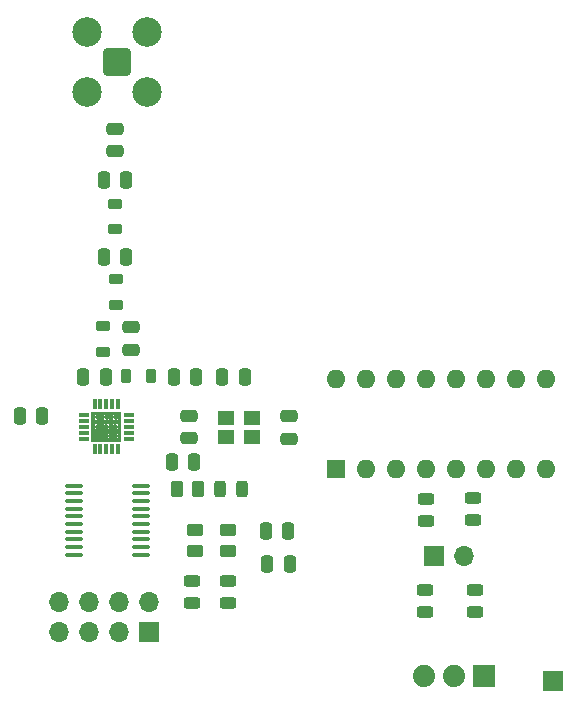
<source format=gbr>
%TF.GenerationSoftware,KiCad,Pcbnew,8.0.4*%
%TF.CreationDate,2024-10-15T15:40:44-05:00*%
%TF.ProjectId,verification_unit,76657269-6669-4636-9174-696f6e5f756e,rev?*%
%TF.SameCoordinates,Original*%
%TF.FileFunction,Soldermask,Top*%
%TF.FilePolarity,Negative*%
%FSLAX46Y46*%
G04 Gerber Fmt 4.6, Leading zero omitted, Abs format (unit mm)*
G04 Created by KiCad (PCBNEW 8.0.4) date 2024-10-15 15:40:44*
%MOMM*%
%LPD*%
G01*
G04 APERTURE LIST*
G04 Aperture macros list*
%AMRoundRect*
0 Rectangle with rounded corners*
0 $1 Rounding radius*
0 $2 $3 $4 $5 $6 $7 $8 $9 X,Y pos of 4 corners*
0 Add a 4 corners polygon primitive as box body*
4,1,4,$2,$3,$4,$5,$6,$7,$8,$9,$2,$3,0*
0 Add four circle primitives for the rounded corners*
1,1,$1+$1,$2,$3*
1,1,$1+$1,$4,$5*
1,1,$1+$1,$6,$7*
1,1,$1+$1,$8,$9*
0 Add four rect primitives between the rounded corners*
20,1,$1+$1,$2,$3,$4,$5,0*
20,1,$1+$1,$4,$5,$6,$7,0*
20,1,$1+$1,$6,$7,$8,$9,0*
20,1,$1+$1,$8,$9,$2,$3,0*%
G04 Aperture macros list end*
%ADD10C,0.000000*%
%ADD11R,1.400000X1.200000*%
%ADD12RoundRect,0.243750X0.456250X-0.243750X0.456250X0.243750X-0.456250X0.243750X-0.456250X-0.243750X0*%
%ADD13RoundRect,0.250000X0.475000X-0.250000X0.475000X0.250000X-0.475000X0.250000X-0.475000X-0.250000X0*%
%ADD14R,1.700000X1.700000*%
%ADD15O,1.700000X1.700000*%
%ADD16RoundRect,0.100000X0.637500X0.100000X-0.637500X0.100000X-0.637500X-0.100000X0.637500X-0.100000X0*%
%ADD17R,0.304800X0.952500*%
%ADD18R,0.952500X0.304800*%
%ADD19C,0.508000*%
%ADD20RoundRect,0.250000X-0.250000X-0.475000X0.250000X-0.475000X0.250000X0.475000X-0.250000X0.475000X0*%
%ADD21R,1.600000X1.600000*%
%ADD22O,1.600000X1.600000*%
%ADD23RoundRect,0.250000X0.250000X0.475000X-0.250000X0.475000X-0.250000X-0.475000X0.250000X-0.475000X0*%
%ADD24RoundRect,0.250000X0.262500X0.450000X-0.262500X0.450000X-0.262500X-0.450000X0.262500X-0.450000X0*%
%ADD25R,1.879600X1.879600*%
%ADD26C,1.879600*%
%ADD27RoundRect,0.200100X-0.949900X-0.949900X0.949900X-0.949900X0.949900X0.949900X-0.949900X0.949900X0*%
%ADD28C,2.500000*%
%ADD29RoundRect,0.250000X-0.475000X0.250000X-0.475000X-0.250000X0.475000X-0.250000X0.475000X0.250000X0*%
%ADD30RoundRect,0.218750X0.381250X-0.218750X0.381250X0.218750X-0.381250X0.218750X-0.381250X-0.218750X0*%
%ADD31RoundRect,0.250000X0.450000X-0.262500X0.450000X0.262500X-0.450000X0.262500X-0.450000X-0.262500X0*%
%ADD32RoundRect,0.218750X0.218750X0.381250X-0.218750X0.381250X-0.218750X-0.381250X0.218750X-0.381250X0*%
%ADD33RoundRect,0.243750X0.243750X0.456250X-0.243750X0.456250X-0.243750X-0.456250X0.243750X-0.456250X0*%
G04 APERTURE END LIST*
D10*
%TO.C,U3*%
G36*
X127758650Y-97682601D02*
G01*
X125218650Y-97682601D01*
X125218650Y-97400001D01*
X127758650Y-97400001D01*
X127758650Y-97682601D01*
G37*
G36*
X127758650Y-98470001D02*
G01*
X125218650Y-98470001D01*
X125218650Y-98082601D01*
X127758650Y-98082601D01*
X127758650Y-98470001D01*
G37*
G36*
X127758650Y-99257401D02*
G01*
X125218650Y-99257401D01*
X125218650Y-98870001D01*
X127758650Y-98870001D01*
X127758650Y-99257401D01*
G37*
G36*
X125501250Y-99940001D02*
G01*
X125218650Y-99940001D01*
X125218650Y-97400001D01*
X125501250Y-97400001D01*
X125501250Y-99940001D01*
G37*
G36*
X127758650Y-99940001D02*
G01*
X125218650Y-99940001D01*
X125218650Y-99657401D01*
X127758650Y-99657401D01*
X127758650Y-99940001D01*
G37*
G36*
X126288650Y-99940001D02*
G01*
X125901250Y-99940001D01*
X125901250Y-97400001D01*
X126288650Y-97400001D01*
X126288650Y-99940001D01*
G37*
G36*
X127076050Y-99940001D02*
G01*
X126688650Y-99940001D01*
X126688650Y-97400001D01*
X127076050Y-97400001D01*
X127076050Y-99940001D01*
G37*
G36*
X127758650Y-99940001D02*
G01*
X127476050Y-99940001D01*
X127476050Y-97400001D01*
X127758650Y-97400001D01*
X127758650Y-99940001D01*
G37*
%TD*%
D11*
%TO.C,Y1*%
X136638651Y-99561351D03*
X138838651Y-99561351D03*
X138838651Y-97961351D03*
X136638651Y-97961351D03*
%TD*%
D12*
%TO.C,D11*%
X153518651Y-106633851D03*
X153518651Y-104758851D03*
%TD*%
D13*
%TO.C,C12*%
X127228651Y-75356351D03*
X127228651Y-73456351D03*
%TD*%
D12*
%TO.C,D13*%
X157708651Y-114383851D03*
X157708651Y-112508851D03*
%TD*%
D14*
%TO.C,J3*%
X154218651Y-109586351D03*
D15*
X156758651Y-109586351D03*
%TD*%
D16*
%TO.C,U1*%
X129433651Y-109501351D03*
X129433651Y-108851351D03*
X129433651Y-108201351D03*
X129433651Y-107551351D03*
X129433651Y-106901351D03*
X129433651Y-106251351D03*
X129433651Y-105601351D03*
X129433651Y-104951351D03*
X129433651Y-104301351D03*
X129433651Y-103651351D03*
X123708651Y-103651351D03*
X123708651Y-104301351D03*
X123708651Y-104951351D03*
X123708651Y-105601351D03*
X123708651Y-106251351D03*
X123708651Y-106901351D03*
X123708651Y-107551351D03*
X123708651Y-108201351D03*
X123708651Y-108851351D03*
X123708651Y-109501351D03*
%TD*%
D14*
%TO.C,J1*%
X130058651Y-116061351D03*
D15*
X130058651Y-113521351D03*
X127518651Y-116061351D03*
X127518651Y-113521351D03*
X124978651Y-116061351D03*
X124978651Y-113521351D03*
X122438651Y-116061351D03*
X122438651Y-113521351D03*
%TD*%
D17*
%TO.C,U3*%
X125488649Y-100568651D03*
X125988651Y-100568651D03*
X126488650Y-100568651D03*
X126988649Y-100568651D03*
X127488651Y-100568651D03*
D18*
X128387300Y-99670002D03*
X128387300Y-99170000D03*
X128387300Y-98670001D03*
X128387300Y-98170002D03*
X128387300Y-97670000D03*
D17*
X127488651Y-96771351D03*
X126988649Y-96771351D03*
X126488650Y-96771351D03*
X125988651Y-96771351D03*
X125488649Y-96771351D03*
D18*
X124590000Y-97670000D03*
X124590000Y-98170002D03*
X124590000Y-98670001D03*
X124590000Y-99170000D03*
X124590000Y-99670002D03*
D19*
X125731250Y-99450001D03*
X126461250Y-99450001D03*
X127228650Y-99450001D03*
X125761250Y-98670001D03*
X126491250Y-98670001D03*
X127258650Y-98670001D03*
X125778650Y-97880001D03*
X126508650Y-97880001D03*
X127276050Y-97880001D03*
%TD*%
D20*
%TO.C,C4*%
X136288651Y-94471351D03*
X138188651Y-94471351D03*
%TD*%
D21*
%TO.C,U2*%
X145898651Y-102221351D03*
D22*
X148438651Y-102221351D03*
X150978651Y-102221351D03*
X153518651Y-102221351D03*
X156058651Y-102221351D03*
X158598651Y-102221351D03*
X161138651Y-102221351D03*
X163678651Y-102221351D03*
X163678651Y-94601351D03*
X161138651Y-94601351D03*
X158598651Y-94601351D03*
X156058651Y-94601351D03*
X153518651Y-94601351D03*
X150978651Y-94601351D03*
X148438651Y-94601351D03*
X145898651Y-94601351D03*
%TD*%
D23*
%TO.C,C8*%
X134078651Y-94426351D03*
X132178651Y-94426351D03*
%TD*%
%TO.C,R1*%
X121048651Y-97761351D03*
X119148651Y-97761351D03*
%TD*%
D20*
%TO.C,C10*%
X126278651Y-84266351D03*
X128178651Y-84266351D03*
%TD*%
D23*
%TO.C,C7*%
X126448651Y-94496351D03*
X124548651Y-94496351D03*
%TD*%
D24*
%TO.C,R2*%
X134273651Y-103921351D03*
X132448651Y-103921351D03*
%TD*%
D20*
%TO.C,C2*%
X140118651Y-110271351D03*
X142018651Y-110271351D03*
%TD*%
D25*
%TO.C,U4*%
X158488651Y-119813351D03*
D26*
X155948651Y-119813351D03*
X153408651Y-119813351D03*
%TD*%
D27*
%TO.C,J2*%
X127368651Y-67776351D03*
D28*
X124828651Y-65236351D03*
X124828651Y-70316351D03*
X129908651Y-65236351D03*
X129908651Y-70316351D03*
%TD*%
D29*
%TO.C,C3*%
X133528651Y-97731351D03*
X133528651Y-99631351D03*
%TD*%
D12*
%TO.C,D2*%
X133768651Y-113561351D03*
X133768651Y-111686351D03*
%TD*%
D30*
%TO.C,L4*%
X127228651Y-81938851D03*
X127228651Y-79813851D03*
%TD*%
D20*
%TO.C,C11*%
X126278651Y-77766351D03*
X128178651Y-77766351D03*
%TD*%
%TO.C,C5*%
X132028651Y-101651351D03*
X133928651Y-101651351D03*
%TD*%
D30*
%TO.C,L2*%
X126208651Y-92298851D03*
X126208651Y-90173851D03*
%TD*%
%TO.C,L3*%
X127268651Y-88318851D03*
X127268651Y-86193851D03*
%TD*%
D12*
%TO.C,D14*%
X157558651Y-106563851D03*
X157558651Y-104688851D03*
%TD*%
D29*
%TO.C,C6*%
X141948651Y-97791351D03*
X141948651Y-99691351D03*
%TD*%
D31*
%TO.C,R3*%
X133968651Y-109206351D03*
X133968651Y-107381351D03*
%TD*%
%TO.C,R6*%
X136778651Y-109206351D03*
X136778651Y-107381351D03*
%TD*%
D29*
%TO.C,C9*%
X128588651Y-90256351D03*
X128588651Y-92156351D03*
%TD*%
D12*
%TO.C,D3*%
X136808651Y-113561351D03*
X136808651Y-111686351D03*
%TD*%
D32*
%TO.C,L1*%
X130301151Y-94366351D03*
X128176151Y-94366351D03*
%TD*%
D33*
%TO.C,D1*%
X137976151Y-103911351D03*
X136101151Y-103911351D03*
%TD*%
D20*
%TO.C,C1*%
X139968651Y-107521351D03*
X141868651Y-107521351D03*
%TD*%
D14*
%TO.C,J4*%
X164298651Y-120203351D03*
%TD*%
D12*
%TO.C,D12*%
X153468651Y-114333851D03*
X153468651Y-112458851D03*
%TD*%
M02*

</source>
